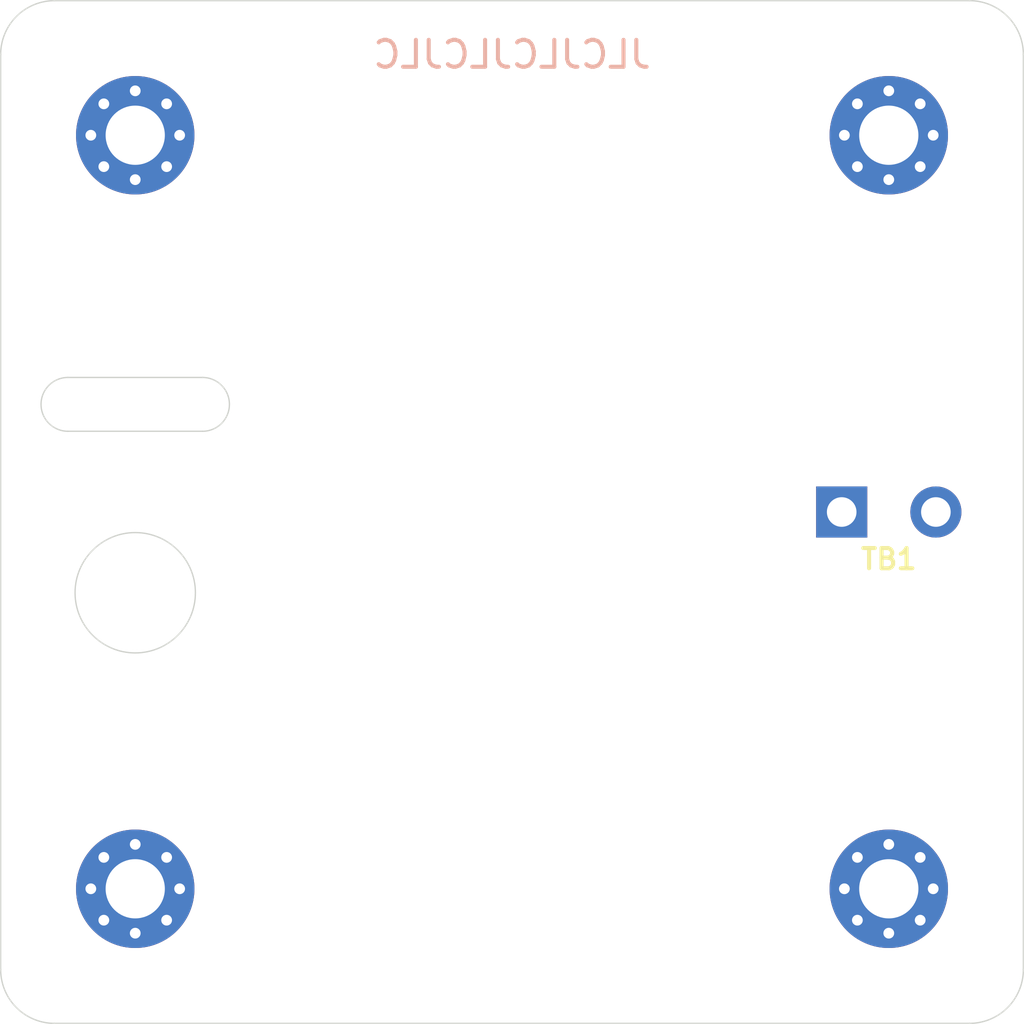
<source format=kicad_pcb>
(kicad_pcb (version 20171130) (host pcbnew "(5.1.4)-1")

  (general
    (thickness 1.6)
    (drawings 14)
    (tracks 0)
    (zones 0)
    (modules 5)
    (nets 7)
  )

  (page A3)
  (layers
    (0 F.Cu signal)
    (31 B.Cu signal)
    (32 B.Adhes user)
    (33 F.Adhes user)
    (34 B.Paste user)
    (35 F.Paste user)
    (36 B.SilkS user)
    (37 F.SilkS user)
    (38 B.Mask user)
    (39 F.Mask user)
    (40 Dwgs.User user)
    (41 Cmts.User user)
    (42 Eco1.User user)
    (43 Eco2.User user)
    (44 Edge.Cuts user)
    (45 Margin user)
    (46 B.CrtYd user)
    (47 F.CrtYd user)
    (48 B.Fab user)
    (49 F.Fab user)
  )

  (setup
    (last_trace_width 0.3)
    (trace_clearance 0.2)
    (zone_clearance 0.508)
    (zone_45_only no)
    (trace_min 0.2)
    (via_size 0.8)
    (via_drill 0.4)
    (via_min_size 0.4)
    (via_min_drill 0.3)
    (uvia_size 0.3)
    (uvia_drill 0.1)
    (uvias_allowed no)
    (uvia_min_size 0.2)
    (uvia_min_drill 0.1)
    (edge_width 0.05)
    (segment_width 0.2)
    (pcb_text_width 0.3)
    (pcb_text_size 1.5 1.5)
    (mod_edge_width 0.12)
    (mod_text_size 1 1)
    (mod_text_width 0.15)
    (pad_size 1.75 1.75)
    (pad_drill 1.7018)
    (pad_to_mask_clearance 0.051)
    (solder_mask_min_width 0.25)
    (aux_axis_origin 209 171)
    (visible_elements 7FFFFFFF)
    (pcbplotparams
      (layerselection 0x010f0_ffffffff)
      (usegerberextensions true)
      (usegerberattributes false)
      (usegerberadvancedattributes false)
      (creategerberjobfile false)
      (excludeedgelayer true)
      (linewidth 0.100000)
      (plotframeref false)
      (viasonmask false)
      (mode 1)
      (useauxorigin false)
      (hpglpennumber 1)
      (hpglpenspeed 20)
      (hpglpendiameter 15.000000)
      (psnegative false)
      (psa4output false)
      (plotreference true)
      (plotvalue true)
      (plotinvisibletext false)
      (padsonsilk false)
      (subtractmaskfromsilk true)
      (outputformat 1)
      (mirror false)
      (drillshape 0)
      (scaleselection 1)
      (outputdirectory "../gerbers/"))
  )

  (net 0 "")
  (net 1 GND)
  (net 2 "Net-(H5-Pad1)")
  (net 3 "Net-(H6-Pad1)")
  (net 4 "Net-(H7-Pad1)")
  (net 5 "Net-(H8-Pad1)")
  (net 6 +BATT)

  (net_class Default "This is the default net class."
    (clearance 0.2)
    (trace_width 0.3)
    (via_dia 0.8)
    (via_drill 0.4)
    (uvia_dia 0.3)
    (uvia_drill 0.1)
    (diff_pair_width 0.2)
    (diff_pair_gap 0.3)
    (add_net "Net-(H5-Pad1)")
    (add_net "Net-(H6-Pad1)")
    (add_net "Net-(H7-Pad1)")
    (add_net "Net-(H8-Pad1)")
  )

  (net_class Power ""
    (clearance 0.2)
    (trace_width 0.5)
    (via_dia 0.8)
    (via_drill 0.4)
    (uvia_dia 0.3)
    (uvia_drill 0.1)
    (diff_pair_width 0.2)
    (diff_pair_gap 0.3)
    (add_net +BATT)
    (add_net GND)
  )

  (module horizon-footprints:KF350-2P (layer F.Cu) (tedit 613AC61C) (tstamp 613D462E)
    (at 223 114)
    (descr "Terminal Block 2P 3.5mm pitch")
    (tags "terminal block 3.5mm")
    (path /617240F0)
    (fp_text reference TB1 (at 0 1.75) (layer F.SilkS)
      (effects (font (size 0.75 0.75) (thickness 0.15)))
    )
    (fp_text value BATTERY (at 0 -1.75) (layer F.Fab)
      (effects (font (size 0.75 0.75) (thickness 0.15)))
    )
    (fp_line (start -3.5 3.5) (end -3.5 -3.5) (layer F.CrtYd) (width 0.1))
    (fp_line (start 3.5 3.5) (end -3.5 3.5) (layer F.CrtYd) (width 0.1))
    (fp_line (start 3.5 -3.5) (end 3.5 3.5) (layer F.CrtYd) (width 0.1))
    (fp_line (start -3.5 -3.5) (end 3.5 -3.5) (layer F.CrtYd) (width 0.1))
    (pad 2 thru_hole circle (at 1.75 0) (size 1.9 1.9) (drill 1.1) (layers *.Cu *.Mask)
      (net 6 +BATT))
    (pad 1 thru_hole rect (at -1.75 0) (size 1.9 1.9) (drill 1.1) (layers *.Cu *.Mask)
      (net 1 GND))
  )

  (module horizon-footprints:Mount_M2 (layer F.Cu) (tedit 613AB79B) (tstamp 613D4297)
    (at 223 128)
    (descr "Mounting Hole 2.2mm, M2")
    (tags "mounting hole 2.2mm m2")
    (path /616DD5E5)
    (attr virtual)
    (fp_text reference H8 (at 0 -1) (layer F.SilkS) hide
      (effects (font (size 0.75 0.75) (thickness 0.15)))
    )
    (fp_text value Hole_Pad (at 0 1) (layer F.Fab) hide
      (effects (font (size 0.75 0.75) (thickness 0.15)))
    )
    (fp_circle (center 0 0) (end 2.45 0) (layer F.CrtYd) (width 0.05))
    (fp_circle (center 0 0) (end 2.2 0) (layer Cmts.User) (width 0.15))
    (pad 1 thru_hole circle (at 1.166726 -1.166726) (size 0.7 0.7) (drill 0.4) (layers *.Cu *.Mask)
      (net 5 "Net-(H8-Pad1)"))
    (pad 1 thru_hole circle (at 0 -1.65) (size 0.7 0.7) (drill 0.4) (layers *.Cu *.Mask)
      (net 5 "Net-(H8-Pad1)"))
    (pad 1 thru_hole circle (at -1.166726 -1.166726) (size 0.7 0.7) (drill 0.4) (layers *.Cu *.Mask)
      (net 5 "Net-(H8-Pad1)"))
    (pad 1 thru_hole circle (at -1.65 0) (size 0.7 0.7) (drill 0.4) (layers *.Cu *.Mask)
      (net 5 "Net-(H8-Pad1)"))
    (pad 1 thru_hole circle (at -1.166726 1.166726) (size 0.7 0.7) (drill 0.4) (layers *.Cu *.Mask)
      (net 5 "Net-(H8-Pad1)"))
    (pad 1 thru_hole circle (at 0 1.65) (size 0.7 0.7) (drill 0.4) (layers *.Cu *.Mask)
      (net 5 "Net-(H8-Pad1)"))
    (pad 1 thru_hole circle (at 1.166726 1.166726) (size 0.7 0.7) (drill 0.4) (layers *.Cu *.Mask)
      (net 5 "Net-(H8-Pad1)"))
    (pad 1 thru_hole circle (at 1.65 0) (size 0.7 0.7) (drill 0.4) (layers *.Cu *.Mask)
      (net 5 "Net-(H8-Pad1)"))
    (pad 1 thru_hole circle (at 0 0) (size 4.4 4.4) (drill 2.2) (layers *.Cu *.Mask)
      (net 5 "Net-(H8-Pad1)"))
  )

  (module horizon-footprints:Mount_M2 (layer F.Cu) (tedit 613AB79B) (tstamp 613D4288)
    (at 195 128)
    (descr "Mounting Hole 2.2mm, M2")
    (tags "mounting hole 2.2mm m2")
    (path /616DD5DF)
    (attr virtual)
    (fp_text reference H7 (at 0 -1) (layer F.SilkS) hide
      (effects (font (size 0.75 0.75) (thickness 0.15)))
    )
    (fp_text value Hole_Pad (at 0 1) (layer F.Fab) hide
      (effects (font (size 0.75 0.75) (thickness 0.15)))
    )
    (fp_circle (center 0 0) (end 2.45 0) (layer F.CrtYd) (width 0.05))
    (fp_circle (center 0 0) (end 2.2 0) (layer Cmts.User) (width 0.15))
    (pad 1 thru_hole circle (at 1.166726 -1.166726) (size 0.7 0.7) (drill 0.4) (layers *.Cu *.Mask)
      (net 4 "Net-(H7-Pad1)"))
    (pad 1 thru_hole circle (at 0 -1.65) (size 0.7 0.7) (drill 0.4) (layers *.Cu *.Mask)
      (net 4 "Net-(H7-Pad1)"))
    (pad 1 thru_hole circle (at -1.166726 -1.166726) (size 0.7 0.7) (drill 0.4) (layers *.Cu *.Mask)
      (net 4 "Net-(H7-Pad1)"))
    (pad 1 thru_hole circle (at -1.65 0) (size 0.7 0.7) (drill 0.4) (layers *.Cu *.Mask)
      (net 4 "Net-(H7-Pad1)"))
    (pad 1 thru_hole circle (at -1.166726 1.166726) (size 0.7 0.7) (drill 0.4) (layers *.Cu *.Mask)
      (net 4 "Net-(H7-Pad1)"))
    (pad 1 thru_hole circle (at 0 1.65) (size 0.7 0.7) (drill 0.4) (layers *.Cu *.Mask)
      (net 4 "Net-(H7-Pad1)"))
    (pad 1 thru_hole circle (at 1.166726 1.166726) (size 0.7 0.7) (drill 0.4) (layers *.Cu *.Mask)
      (net 4 "Net-(H7-Pad1)"))
    (pad 1 thru_hole circle (at 1.65 0) (size 0.7 0.7) (drill 0.4) (layers *.Cu *.Mask)
      (net 4 "Net-(H7-Pad1)"))
    (pad 1 thru_hole circle (at 0 0) (size 4.4 4.4) (drill 2.2) (layers *.Cu *.Mask)
      (net 4 "Net-(H7-Pad1)"))
  )

  (module horizon-footprints:Mount_M2 (layer F.Cu) (tedit 613AB79B) (tstamp 613D4279)
    (at 223 100)
    (descr "Mounting Hole 2.2mm, M2")
    (tags "mounting hole 2.2mm m2")
    (path /616DD5D0)
    (attr virtual)
    (fp_text reference H6 (at 0 -1) (layer F.SilkS) hide
      (effects (font (size 0.75 0.75) (thickness 0.15)))
    )
    (fp_text value Hole_Pad (at 0 1) (layer F.Fab) hide
      (effects (font (size 0.75 0.75) (thickness 0.15)))
    )
    (fp_circle (center 0 0) (end 2.45 0) (layer F.CrtYd) (width 0.05))
    (fp_circle (center 0 0) (end 2.2 0) (layer Cmts.User) (width 0.15))
    (pad 1 thru_hole circle (at 1.166726 -1.166726) (size 0.7 0.7) (drill 0.4) (layers *.Cu *.Mask)
      (net 3 "Net-(H6-Pad1)"))
    (pad 1 thru_hole circle (at 0 -1.65) (size 0.7 0.7) (drill 0.4) (layers *.Cu *.Mask)
      (net 3 "Net-(H6-Pad1)"))
    (pad 1 thru_hole circle (at -1.166726 -1.166726) (size 0.7 0.7) (drill 0.4) (layers *.Cu *.Mask)
      (net 3 "Net-(H6-Pad1)"))
    (pad 1 thru_hole circle (at -1.65 0) (size 0.7 0.7) (drill 0.4) (layers *.Cu *.Mask)
      (net 3 "Net-(H6-Pad1)"))
    (pad 1 thru_hole circle (at -1.166726 1.166726) (size 0.7 0.7) (drill 0.4) (layers *.Cu *.Mask)
      (net 3 "Net-(H6-Pad1)"))
    (pad 1 thru_hole circle (at 0 1.65) (size 0.7 0.7) (drill 0.4) (layers *.Cu *.Mask)
      (net 3 "Net-(H6-Pad1)"))
    (pad 1 thru_hole circle (at 1.166726 1.166726) (size 0.7 0.7) (drill 0.4) (layers *.Cu *.Mask)
      (net 3 "Net-(H6-Pad1)"))
    (pad 1 thru_hole circle (at 1.65 0) (size 0.7 0.7) (drill 0.4) (layers *.Cu *.Mask)
      (net 3 "Net-(H6-Pad1)"))
    (pad 1 thru_hole circle (at 0 0) (size 4.4 4.4) (drill 2.2) (layers *.Cu *.Mask)
      (net 3 "Net-(H6-Pad1)"))
  )

  (module horizon-footprints:Mount_M2 (layer F.Cu) (tedit 613AB79B) (tstamp 613D426A)
    (at 195 100)
    (descr "Mounting Hole 2.2mm, M2")
    (tags "mounting hole 2.2mm m2")
    (path /616DD5D6)
    (attr virtual)
    (fp_text reference H5 (at 0 -1) (layer F.SilkS) hide
      (effects (font (size 0.75 0.75) (thickness 0.15)))
    )
    (fp_text value Hole_Pad (at 0 1) (layer F.Fab) hide
      (effects (font (size 0.75 0.75) (thickness 0.15)))
    )
    (fp_circle (center 0 0) (end 2.45 0) (layer F.CrtYd) (width 0.05))
    (fp_circle (center 0 0) (end 2.2 0) (layer Cmts.User) (width 0.15))
    (pad 1 thru_hole circle (at 1.166726 -1.166726) (size 0.7 0.7) (drill 0.4) (layers *.Cu *.Mask)
      (net 2 "Net-(H5-Pad1)"))
    (pad 1 thru_hole circle (at 0 -1.65) (size 0.7 0.7) (drill 0.4) (layers *.Cu *.Mask)
      (net 2 "Net-(H5-Pad1)"))
    (pad 1 thru_hole circle (at -1.166726 -1.166726) (size 0.7 0.7) (drill 0.4) (layers *.Cu *.Mask)
      (net 2 "Net-(H5-Pad1)"))
    (pad 1 thru_hole circle (at -1.65 0) (size 0.7 0.7) (drill 0.4) (layers *.Cu *.Mask)
      (net 2 "Net-(H5-Pad1)"))
    (pad 1 thru_hole circle (at -1.166726 1.166726) (size 0.7 0.7) (drill 0.4) (layers *.Cu *.Mask)
      (net 2 "Net-(H5-Pad1)"))
    (pad 1 thru_hole circle (at 0 1.65) (size 0.7 0.7) (drill 0.4) (layers *.Cu *.Mask)
      (net 2 "Net-(H5-Pad1)"))
    (pad 1 thru_hole circle (at 1.166726 1.166726) (size 0.7 0.7) (drill 0.4) (layers *.Cu *.Mask)
      (net 2 "Net-(H5-Pad1)"))
    (pad 1 thru_hole circle (at 1.65 0) (size 0.7 0.7) (drill 0.4) (layers *.Cu *.Mask)
      (net 2 "Net-(H5-Pad1)"))
    (pad 1 thru_hole circle (at 0 0) (size 4.4 4.4) (drill 2.2) (layers *.Cu *.Mask)
      (net 2 "Net-(H5-Pad1)"))
  )

  (gr_text JLCJLCJLCJLC (at 209 97) (layer B.SilkS)
    (effects (font (size 1 1) (thickness 0.15)) (justify mirror))
  )
  (gr_arc (start 192.5 110) (end 192.5 109) (angle -180) (layer Edge.Cuts) (width 0.05))
  (gr_arc (start 197.5 110) (end 197.5 111) (angle -180) (layer Edge.Cuts) (width 0.05))
  (gr_line (start 197.5 111) (end 192.5 111) (layer Edge.Cuts) (width 0.05))
  (gr_line (start 192.5 109) (end 197.5 109) (layer Edge.Cuts) (width 0.05))
  (gr_circle (center 195 117) (end 197 116) (layer Edge.Cuts) (width 0.05))
  (gr_arc (start 192 131) (end 190 131) (angle -90) (layer Edge.Cuts) (width 0.05))
  (gr_arc (start 226 131) (end 226 133) (angle -90) (layer Edge.Cuts) (width 0.05))
  (gr_arc (start 226 97) (end 228 97) (angle -90) (layer Edge.Cuts) (width 0.05))
  (gr_arc (start 192 97) (end 192 95) (angle -90) (layer Edge.Cuts) (width 0.05))
  (gr_line (start 226 95) (end 192 95) (layer Edge.Cuts) (width 0.05) (tstamp 613E5F71))
  (gr_line (start 228 131) (end 228 97) (layer Edge.Cuts) (width 0.05))
  (gr_line (start 192 133) (end 226 133) (layer Edge.Cuts) (width 0.05))
  (gr_line (start 190 97) (end 190 131) (layer Edge.Cuts) (width 0.05))

)

</source>
